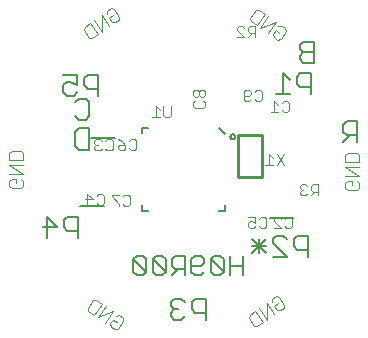
<source format=gbr>
G04 EAGLE Gerber RS-274X export*
G75*
%MOMM*%
%FSLAX34Y34*%
%LPD*%
%INSilkscreen Bottom*%
%IPPOS*%
%AMOC8*
5,1,8,0,0,1.08239X$1,22.5*%
G01*
%ADD10C,0.152400*%
%ADD11C,0.101600*%
%ADD12C,0.076200*%
%ADD13C,0.127000*%
%ADD14C,0.254000*%


D10*
X223590Y60054D02*
X223590Y76324D01*
X223590Y68189D02*
X212743Y68189D01*
X212743Y76324D02*
X212743Y60054D01*
X207218Y62766D02*
X207218Y73612D01*
X204507Y76324D01*
X199084Y76324D01*
X196372Y73612D01*
X196372Y62766D01*
X199084Y60054D01*
X204507Y60054D01*
X207218Y62766D01*
X196372Y73612D01*
X190847Y62766D02*
X188135Y60054D01*
X182712Y60054D01*
X180000Y62766D01*
X180000Y73612D01*
X182712Y76324D01*
X188135Y76324D01*
X190847Y73612D01*
X190847Y70901D01*
X188135Y68189D01*
X180000Y68189D01*
X174475Y60054D02*
X174475Y76324D01*
X166340Y76324D01*
X163629Y73612D01*
X163629Y68189D01*
X166340Y65477D01*
X174475Y65477D01*
X169052Y65477D02*
X163629Y60054D01*
X158104Y62766D02*
X158104Y73612D01*
X155392Y76324D01*
X149969Y76324D01*
X147257Y73612D01*
X147257Y62766D01*
X149969Y60054D01*
X155392Y60054D01*
X158104Y62766D01*
X147257Y73612D01*
X141732Y73612D02*
X141732Y62766D01*
X141732Y73612D02*
X139021Y76324D01*
X133597Y76324D01*
X130886Y73612D01*
X130886Y62766D01*
X133597Y60054D01*
X139021Y60054D01*
X141732Y62766D01*
X130886Y73612D01*
D11*
X248372Y40018D02*
X247893Y37304D01*
X248372Y40018D02*
X251565Y42254D01*
X254279Y41775D01*
X258751Y35389D01*
X258272Y32675D01*
X255079Y30439D01*
X252365Y30918D01*
X250129Y34111D01*
X253322Y36346D01*
X250289Y27085D02*
X243582Y36664D01*
X243903Y22614D01*
X237196Y32193D01*
X234003Y29957D02*
X240710Y20378D01*
X235921Y17024D01*
X233206Y17503D01*
X228735Y23889D01*
X229213Y26603D01*
X234003Y29957D01*
X322054Y138291D02*
X320105Y140240D01*
X322054Y138291D02*
X322054Y134393D01*
X320105Y132444D01*
X312309Y132444D01*
X310360Y134393D01*
X310360Y138291D01*
X312309Y140240D01*
X316207Y140240D01*
X316207Y136342D01*
X310360Y144138D02*
X322054Y144138D01*
X310360Y151934D01*
X322054Y151934D01*
X322054Y155832D02*
X310360Y155832D01*
X310360Y161679D01*
X312309Y163628D01*
X320105Y163628D01*
X322054Y161679D01*
X322054Y155832D01*
X256273Y271590D02*
X253559Y271112D01*
X256273Y271590D02*
X259466Y269355D01*
X259945Y266640D01*
X255473Y260254D01*
X252759Y259775D01*
X249566Y262011D01*
X249087Y264726D01*
X251323Y267919D01*
X254516Y265683D01*
X251484Y274944D02*
X244776Y265365D01*
X238390Y269836D02*
X251484Y274944D01*
X245097Y279416D02*
X238390Y269836D01*
X235197Y272072D02*
X241904Y281651D01*
X235197Y272072D02*
X230408Y275426D01*
X229929Y278140D01*
X234400Y284526D01*
X237115Y285005D01*
X241904Y281651D01*
X108672Y283858D02*
X108193Y281144D01*
X108672Y283858D02*
X111865Y286094D01*
X114579Y285615D01*
X119051Y279229D01*
X118572Y276515D01*
X115379Y274279D01*
X112665Y274758D01*
X110429Y277951D01*
X113622Y280186D01*
X110589Y270925D02*
X103882Y280504D01*
X104203Y266454D01*
X97496Y276033D01*
X94303Y273797D02*
X101010Y264218D01*
X96221Y260864D01*
X93506Y261343D01*
X89035Y267729D01*
X89513Y270443D01*
X94303Y273797D01*
X35625Y142018D02*
X37574Y140069D01*
X37574Y136171D01*
X35625Y134222D01*
X27829Y134222D01*
X25880Y136171D01*
X25880Y140069D01*
X27829Y142018D01*
X31727Y142018D01*
X31727Y138120D01*
X25880Y145916D02*
X37574Y145916D01*
X25880Y153712D01*
X37574Y153712D01*
X37574Y157610D02*
X25880Y157610D01*
X25880Y163457D01*
X27829Y165406D01*
X35625Y165406D01*
X37574Y163457D01*
X37574Y157610D01*
X115891Y25748D02*
X118605Y26226D01*
X121798Y23991D01*
X122277Y21276D01*
X117805Y14890D01*
X115091Y14411D01*
X111898Y16647D01*
X111419Y19362D01*
X113655Y22555D01*
X116848Y20319D01*
X113816Y29580D02*
X107108Y20001D01*
X100722Y24472D02*
X113816Y29580D01*
X107429Y34052D02*
X100722Y24472D01*
X97529Y26708D02*
X104236Y36287D01*
X97529Y26708D02*
X92740Y30062D01*
X92261Y32776D01*
X96732Y39162D01*
X99447Y39641D01*
X104236Y36287D01*
D10*
X281166Y213370D02*
X281166Y231165D01*
X272268Y231165D01*
X269302Y228199D01*
X269302Y222268D01*
X272268Y219302D01*
X281166Y219302D01*
X263391Y225233D02*
X257459Y231165D01*
X257459Y213370D01*
X263391Y213370D02*
X251527Y213370D01*
X278461Y93523D02*
X278461Y75728D01*
X278461Y93523D02*
X269563Y93523D01*
X266597Y90557D01*
X266597Y84626D01*
X269563Y81660D01*
X278461Y81660D01*
X260686Y75728D02*
X248822Y75728D01*
X248822Y87591D02*
X260686Y75728D01*
X248822Y87591D02*
X248822Y90557D01*
X251788Y93523D01*
X257720Y93523D01*
X260686Y90557D01*
X242911Y90557D02*
X231047Y78694D01*
X231047Y90557D02*
X242911Y78694D01*
X242911Y84626D02*
X231047Y84626D01*
X236979Y90557D02*
X236979Y78694D01*
X191986Y40287D02*
X191986Y22492D01*
X191986Y40287D02*
X183088Y40287D01*
X180122Y37321D01*
X180122Y31390D01*
X183088Y28424D01*
X191986Y28424D01*
X174211Y37321D02*
X171245Y40287D01*
X165313Y40287D01*
X162347Y37321D01*
X162347Y34355D01*
X165313Y31390D01*
X168279Y31390D01*
X165313Y31390D02*
X162347Y28424D01*
X162347Y25458D01*
X165313Y22492D01*
X171245Y22492D01*
X174211Y25458D01*
X83982Y91850D02*
X83982Y109645D01*
X75084Y109645D01*
X72118Y106679D01*
X72118Y100748D01*
X75084Y97782D01*
X83982Y97782D01*
X57309Y91850D02*
X57309Y109645D01*
X66207Y100748D01*
X54343Y100748D01*
X101054Y211976D02*
X101054Y229771D01*
X92156Y229771D01*
X89190Y226805D01*
X89190Y220874D01*
X92156Y217908D01*
X101054Y217908D01*
X83279Y229771D02*
X71415Y229771D01*
X83279Y229771D02*
X83279Y220874D01*
X77347Y223839D01*
X74381Y223839D01*
X71415Y220874D01*
X71415Y214942D01*
X74381Y211976D01*
X80313Y211976D01*
X83279Y214942D01*
X283685Y239916D02*
X283685Y257711D01*
X274787Y257711D01*
X271821Y254745D01*
X271821Y251779D01*
X274787Y248814D01*
X271821Y245848D01*
X271821Y242882D01*
X274787Y239916D01*
X283685Y239916D01*
X283685Y248814D02*
X274787Y248814D01*
X320515Y190401D02*
X320515Y172606D01*
X320515Y190401D02*
X311617Y190401D01*
X308651Y187435D01*
X308651Y181504D01*
X311617Y178538D01*
X320515Y178538D01*
X314583Y178538D02*
X308651Y172606D01*
X93585Y166668D02*
X93585Y184463D01*
X93585Y166668D02*
X84687Y166668D01*
X81721Y169634D01*
X81721Y181497D01*
X84687Y184463D01*
X93585Y184463D01*
X81549Y206671D02*
X84515Y209637D01*
X90447Y209637D01*
X93413Y206671D01*
X93413Y194808D01*
X90447Y191842D01*
X84515Y191842D01*
X81549Y194808D01*
D12*
X256464Y206134D02*
X258032Y207702D01*
X261167Y207702D01*
X262735Y206134D01*
X262735Y199864D01*
X261167Y198296D01*
X258032Y198296D01*
X256464Y199864D01*
X253380Y204567D02*
X250244Y207702D01*
X250244Y198296D01*
X247109Y198296D02*
X253380Y198296D01*
D10*
X246163Y108383D02*
X266293Y108383D01*
D12*
X260444Y109573D02*
X258876Y108005D01*
X260444Y109573D02*
X263579Y109573D01*
X265147Y108005D01*
X265147Y101735D01*
X263579Y100167D01*
X260444Y100167D01*
X258876Y101735D01*
X255792Y100167D02*
X249521Y100167D01*
X255792Y100167D02*
X249521Y106438D01*
X249521Y108005D01*
X251089Y109573D01*
X254224Y109573D01*
X255792Y108005D01*
D13*
X208200Y180000D02*
X203200Y185000D01*
X138200Y115010D02*
X138200Y115000D01*
X212970Y177650D02*
X212972Y177739D01*
X212978Y177828D01*
X212988Y177917D01*
X213002Y178005D01*
X213019Y178092D01*
X213041Y178178D01*
X213067Y178264D01*
X213096Y178348D01*
X213129Y178431D01*
X213165Y178512D01*
X213206Y178592D01*
X213249Y178669D01*
X213296Y178745D01*
X213347Y178818D01*
X213400Y178889D01*
X213457Y178958D01*
X213517Y179024D01*
X213580Y179088D01*
X213645Y179148D01*
X213713Y179206D01*
X213784Y179260D01*
X213857Y179311D01*
X213932Y179359D01*
X214009Y179404D01*
X214088Y179445D01*
X214169Y179482D01*
X214251Y179516D01*
X214335Y179547D01*
X214420Y179573D01*
X214506Y179596D01*
X214593Y179614D01*
X214681Y179629D01*
X214770Y179640D01*
X214859Y179647D01*
X214948Y179650D01*
X215037Y179649D01*
X215126Y179644D01*
X215214Y179635D01*
X215303Y179622D01*
X215390Y179605D01*
X215477Y179585D01*
X215563Y179560D01*
X215647Y179532D01*
X215730Y179500D01*
X215812Y179464D01*
X215892Y179425D01*
X215970Y179382D01*
X216046Y179336D01*
X216120Y179286D01*
X216192Y179233D01*
X216261Y179177D01*
X216328Y179118D01*
X216392Y179056D01*
X216453Y178992D01*
X216512Y178924D01*
X216567Y178854D01*
X216619Y178782D01*
X216668Y178707D01*
X216713Y178631D01*
X216755Y178552D01*
X216793Y178472D01*
X216828Y178390D01*
X216859Y178306D01*
X216887Y178221D01*
X216910Y178135D01*
X216930Y178048D01*
X216946Y177961D01*
X216958Y177872D01*
X216966Y177784D01*
X216970Y177695D01*
X216970Y177605D01*
X216966Y177516D01*
X216958Y177428D01*
X216946Y177339D01*
X216930Y177252D01*
X216910Y177165D01*
X216887Y177079D01*
X216859Y176994D01*
X216828Y176910D01*
X216793Y176828D01*
X216755Y176748D01*
X216713Y176669D01*
X216668Y176593D01*
X216619Y176518D01*
X216567Y176446D01*
X216512Y176376D01*
X216453Y176308D01*
X216392Y176244D01*
X216328Y176182D01*
X216261Y176123D01*
X216192Y176067D01*
X216120Y176014D01*
X216046Y175964D01*
X215970Y175918D01*
X215892Y175875D01*
X215812Y175836D01*
X215730Y175800D01*
X215647Y175768D01*
X215563Y175740D01*
X215477Y175715D01*
X215390Y175695D01*
X215303Y175678D01*
X215214Y175665D01*
X215126Y175656D01*
X215037Y175651D01*
X214948Y175650D01*
X214859Y175653D01*
X214770Y175660D01*
X214681Y175671D01*
X214593Y175686D01*
X214506Y175704D01*
X214420Y175727D01*
X214335Y175753D01*
X214251Y175784D01*
X214169Y175818D01*
X214088Y175855D01*
X214009Y175896D01*
X213932Y175941D01*
X213857Y175989D01*
X213784Y176040D01*
X213713Y176094D01*
X213645Y176152D01*
X213580Y176212D01*
X213517Y176276D01*
X213457Y176342D01*
X213400Y176411D01*
X213347Y176482D01*
X213296Y176555D01*
X213249Y176631D01*
X213206Y176708D01*
X213165Y176788D01*
X213129Y176869D01*
X213096Y176952D01*
X213067Y177036D01*
X213041Y177122D01*
X213019Y177208D01*
X213002Y177295D01*
X212988Y177383D01*
X212978Y177472D01*
X212972Y177561D01*
X212970Y177650D01*
X138240Y185010D02*
X138240Y185020D01*
X142940Y185020D01*
X142900Y115010D02*
X138200Y115010D01*
X138240Y180320D02*
X138240Y185010D01*
X138190Y119700D02*
X138190Y115000D01*
X203520Y115000D02*
X208220Y115000D01*
X208220Y114990D02*
X208220Y119690D01*
D12*
X162585Y195573D02*
X162585Y203411D01*
X162585Y195573D02*
X161018Y194005D01*
X157882Y194005D01*
X156315Y195573D01*
X156315Y203411D01*
X153230Y200276D02*
X150095Y203411D01*
X150095Y194005D01*
X153230Y194005D02*
X146960Y194005D01*
D14*
X219614Y179210D02*
X219614Y143650D01*
X239934Y143650D01*
X239934Y179210D01*
X219614Y179210D01*
D12*
X252078Y153175D02*
X258349Y162581D01*
X252078Y162581D02*
X258349Y153175D01*
X248994Y159446D02*
X245858Y162581D01*
X245858Y153175D01*
X242723Y153175D02*
X248994Y153175D01*
X234021Y261887D02*
X234021Y271293D01*
X229318Y271293D01*
X227750Y269725D01*
X227750Y266590D01*
X229318Y265022D01*
X234021Y265022D01*
X230886Y265022D02*
X227750Y261887D01*
X224666Y261887D02*
X218395Y261887D01*
X224666Y261887D02*
X218395Y268158D01*
X218395Y269725D01*
X219963Y271293D01*
X223098Y271293D01*
X224666Y269725D01*
D10*
X115339Y176774D02*
X95209Y176774D01*
D12*
X107174Y173713D02*
X108741Y175281D01*
X111877Y175281D01*
X113444Y173713D01*
X113444Y167443D01*
X111877Y165875D01*
X108741Y165875D01*
X107174Y167443D01*
X104089Y173713D02*
X102521Y175281D01*
X99386Y175281D01*
X97818Y173713D01*
X97818Y172146D01*
X99386Y170578D01*
X100954Y170578D01*
X99386Y170578D02*
X97818Y169010D01*
X97818Y167443D01*
X99386Y165875D01*
X102521Y165875D01*
X104089Y167443D01*
D10*
X106157Y118593D02*
X86027Y118593D01*
D12*
X99661Y127485D02*
X101228Y129053D01*
X104364Y129053D01*
X105931Y127485D01*
X105931Y121215D01*
X104364Y119647D01*
X101228Y119647D01*
X99661Y121215D01*
X91873Y119647D02*
X91873Y129053D01*
X96576Y124350D01*
X90306Y124350D01*
X237260Y107927D02*
X238828Y109495D01*
X241963Y109495D01*
X243531Y107927D01*
X243531Y101657D01*
X241963Y100089D01*
X238828Y100089D01*
X237260Y101657D01*
X234175Y109495D02*
X227905Y109495D01*
X234175Y109495D02*
X234175Y104792D01*
X231040Y106360D01*
X229472Y106360D01*
X227905Y104792D01*
X227905Y101657D01*
X229472Y100089D01*
X232608Y100089D01*
X234175Y101657D01*
X128746Y175535D02*
X127178Y173967D01*
X128746Y175535D02*
X131881Y175535D01*
X133449Y173967D01*
X133449Y167697D01*
X131881Y166129D01*
X128746Y166129D01*
X127178Y167697D01*
X120958Y173967D02*
X117823Y175535D01*
X120958Y173967D02*
X124094Y170832D01*
X124094Y167697D01*
X122526Y166129D01*
X119391Y166129D01*
X117823Y167697D01*
X117823Y169264D01*
X119391Y170832D01*
X124094Y170832D01*
X123326Y128545D02*
X121759Y126977D01*
X123326Y128545D02*
X126462Y128545D01*
X128029Y126977D01*
X128029Y120707D01*
X126462Y119139D01*
X123326Y119139D01*
X121759Y120707D01*
X118674Y128545D02*
X112404Y128545D01*
X112404Y126977D01*
X118674Y120707D01*
X118674Y119139D01*
X191115Y206478D02*
X189547Y208045D01*
X191115Y206478D02*
X191115Y203342D01*
X189547Y201775D01*
X183277Y201775D01*
X181709Y203342D01*
X181709Y206478D01*
X183277Y208045D01*
X189547Y211130D02*
X191115Y212697D01*
X191115Y215833D01*
X189547Y217401D01*
X187980Y217401D01*
X186412Y215833D01*
X184844Y217401D01*
X183277Y217401D01*
X181709Y215833D01*
X181709Y212697D01*
X183277Y211130D01*
X184844Y211130D01*
X186412Y212697D01*
X187980Y211130D01*
X189547Y211130D01*
X186412Y212697D02*
X186412Y215833D01*
X233519Y215369D02*
X235086Y216937D01*
X238222Y216937D01*
X239789Y215369D01*
X239789Y209099D01*
X238222Y207531D01*
X235086Y207531D01*
X233519Y209099D01*
X230434Y209099D02*
X228867Y207531D01*
X225731Y207531D01*
X224164Y209099D01*
X224164Y215369D01*
X225731Y216937D01*
X228867Y216937D01*
X230434Y215369D01*
X230434Y213802D01*
X228867Y212234D01*
X224164Y212234D01*
X287287Y137181D02*
X287287Y127775D01*
X287287Y137181D02*
X282584Y137181D01*
X281017Y135613D01*
X281017Y132478D01*
X282584Y130910D01*
X287287Y130910D01*
X284152Y130910D02*
X281017Y127775D01*
X277932Y135613D02*
X276365Y137181D01*
X273229Y137181D01*
X271662Y135613D01*
X271662Y134046D01*
X273229Y132478D01*
X274797Y132478D01*
X273229Y132478D02*
X271662Y130910D01*
X271662Y129343D01*
X273229Y127775D01*
X276365Y127775D01*
X277932Y129343D01*
M02*

</source>
